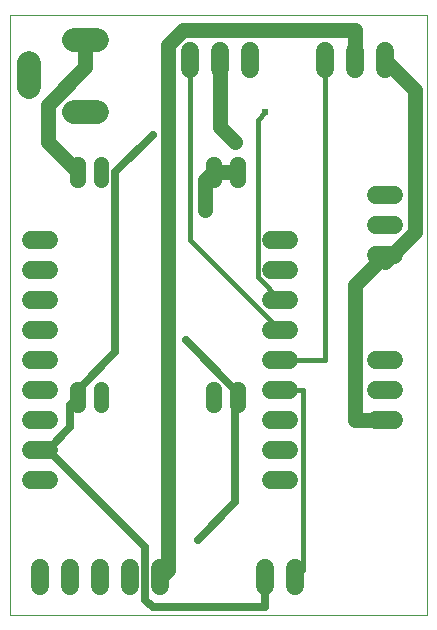
<source format=gbl>
G75*
%MOIN*%
%OFA0B0*%
%FSLAX25Y25*%
%IPPOS*%
%LPD*%
%AMOC8*
5,1,8,0,0,1.08239X$1,22.5*
%
%ADD10C,0.00000*%
%ADD11C,0.07874*%
%ADD12C,0.06000*%
%ADD13C,0.04500*%
%ADD14C,0.05000*%
%ADD15C,0.02400*%
%ADD16C,0.01500*%
%ADD17C,0.02500*%
D10*
X0001000Y0001000D02*
X0001000Y0200961D01*
X0139701Y0200961D01*
X0139701Y0001000D01*
X0001000Y0001000D01*
D11*
X0022063Y0168795D02*
X0029937Y0168795D01*
X0029937Y0192811D02*
X0022063Y0192811D01*
X0007102Y0184937D02*
X0007102Y0177063D01*
D12*
X0008000Y0126000D02*
X0014000Y0126000D01*
X0014000Y0116000D02*
X0008000Y0116000D01*
X0008000Y0106000D02*
X0014000Y0106000D01*
X0014000Y0096000D02*
X0008000Y0096000D01*
X0008000Y0086000D02*
X0014000Y0086000D01*
X0014000Y0076000D02*
X0008000Y0076000D01*
X0008000Y0066000D02*
X0014000Y0066000D01*
X0014000Y0056000D02*
X0008000Y0056000D01*
X0008000Y0046000D02*
X0014000Y0046000D01*
X0011000Y0016500D02*
X0011000Y0010500D01*
X0021000Y0010500D02*
X0021000Y0016500D01*
X0031000Y0016500D02*
X0031000Y0010500D01*
X0041000Y0010500D02*
X0041000Y0016500D01*
X0051000Y0016500D02*
X0051000Y0010500D01*
X0086000Y0010500D02*
X0086000Y0016500D01*
X0096000Y0016500D02*
X0096000Y0010500D01*
X0094000Y0046000D02*
X0088000Y0046000D01*
X0088000Y0056000D02*
X0094000Y0056000D01*
X0094000Y0066000D02*
X0088000Y0066000D01*
X0088000Y0076000D02*
X0094000Y0076000D01*
X0094000Y0086000D02*
X0088000Y0086000D01*
X0088000Y0096000D02*
X0094000Y0096000D01*
X0094000Y0106000D02*
X0088000Y0106000D01*
X0088000Y0116000D02*
X0094000Y0116000D01*
X0094000Y0126000D02*
X0088000Y0126000D01*
X0123000Y0121000D02*
X0129000Y0121000D01*
X0129000Y0131000D02*
X0123000Y0131000D01*
X0123000Y0141000D02*
X0129000Y0141000D01*
X0126000Y0183000D02*
X0126000Y0189000D01*
X0116000Y0189000D02*
X0116000Y0183000D01*
X0106000Y0183000D02*
X0106000Y0189000D01*
X0081000Y0189000D02*
X0081000Y0183000D01*
X0071000Y0183000D02*
X0071000Y0189000D01*
X0061000Y0189000D02*
X0061000Y0183000D01*
X0123000Y0086000D02*
X0129000Y0086000D01*
X0129000Y0076000D02*
X0123000Y0076000D01*
X0123000Y0066000D02*
X0129000Y0066000D01*
D13*
X0076550Y0070750D02*
X0076550Y0076250D01*
X0077050Y0076250D01*
X0077050Y0070750D01*
X0076550Y0070750D01*
X0076550Y0075249D02*
X0077050Y0075249D01*
X0068650Y0076250D02*
X0068650Y0070750D01*
X0068650Y0076250D02*
X0069150Y0076250D01*
X0069150Y0070750D01*
X0068650Y0070750D01*
X0068650Y0075249D02*
X0069150Y0075249D01*
X0031150Y0076250D02*
X0031150Y0070750D01*
X0031150Y0076250D02*
X0031650Y0076250D01*
X0031650Y0070750D01*
X0031150Y0070750D01*
X0031150Y0075249D02*
X0031650Y0075249D01*
X0023250Y0076250D02*
X0023250Y0070750D01*
X0023250Y0076250D02*
X0023750Y0076250D01*
X0023750Y0070750D01*
X0023250Y0070750D01*
X0023250Y0075249D02*
X0023750Y0075249D01*
X0023250Y0145750D02*
X0023250Y0151250D01*
X0023750Y0151250D01*
X0023750Y0145750D01*
X0023250Y0145750D01*
X0023250Y0150249D02*
X0023750Y0150249D01*
X0031150Y0151250D02*
X0031150Y0145750D01*
X0031150Y0151250D02*
X0031650Y0151250D01*
X0031650Y0145750D01*
X0031150Y0145750D01*
X0031150Y0150249D02*
X0031650Y0150249D01*
X0068650Y0151250D02*
X0068650Y0145750D01*
X0068650Y0151250D02*
X0069150Y0151250D01*
X0069150Y0145750D01*
X0068650Y0145750D01*
X0068650Y0150249D02*
X0069150Y0150249D01*
X0076550Y0151250D02*
X0076550Y0145750D01*
X0076550Y0151250D02*
X0077050Y0151250D01*
X0077050Y0145750D01*
X0076550Y0145750D01*
X0076550Y0150249D02*
X0077050Y0150249D01*
D14*
X0076800Y0148500D02*
X0068900Y0148500D01*
X0068500Y0148500D01*
X0066000Y0146000D01*
X0066000Y0136000D01*
X0076000Y0158500D02*
X0071000Y0163500D01*
X0071000Y0186000D01*
X0058500Y0196000D02*
X0116000Y0196000D01*
X0116000Y0186000D01*
X0126000Y0186000D02*
X0136000Y0176000D01*
X0136000Y0128500D01*
X0126000Y0118500D01*
X0126000Y0121000D01*
X0116000Y0111000D01*
X0116000Y0066000D01*
X0126000Y0066000D01*
X0053500Y0016000D02*
X0053500Y0191000D01*
X0058500Y0196000D01*
X0026000Y0192811D02*
X0026000Y0183500D01*
X0013500Y0171000D01*
X0013500Y0158500D01*
X0023500Y0148500D01*
X0053500Y0016000D02*
X0051000Y0013500D01*
D15*
X0063500Y0026000D03*
X0059500Y0092500D03*
X0066000Y0136000D03*
X0076000Y0158500D03*
X0086000Y0168500D03*
X0048500Y0161000D03*
D16*
X0061000Y0186000D02*
X0061000Y0126000D01*
X0091000Y0096000D01*
X0091000Y0086000D02*
X0106000Y0086000D01*
X0106000Y0186000D01*
X0086000Y0168500D02*
X0083500Y0166000D01*
X0083500Y0113500D01*
X0091000Y0106000D01*
X0091000Y0076000D02*
X0098500Y0076000D01*
X0098500Y0016000D01*
X0096000Y0013500D01*
D17*
X0086000Y0013500D02*
X0086000Y0003500D01*
X0048500Y0003500D01*
X0046000Y0006000D01*
X0046000Y0023500D01*
X0013500Y0056000D01*
X0011000Y0056000D01*
X0013500Y0056000D02*
X0021000Y0063500D01*
X0021000Y0071000D01*
X0023500Y0073500D01*
X0023500Y0076000D01*
X0036000Y0088500D01*
X0036000Y0148500D01*
X0048500Y0161000D01*
X0059500Y0092500D02*
X0076000Y0076000D01*
X0076000Y0073500D01*
X0076800Y0073500D01*
X0076000Y0073500D02*
X0076000Y0038500D01*
X0063500Y0026000D01*
M02*

</source>
